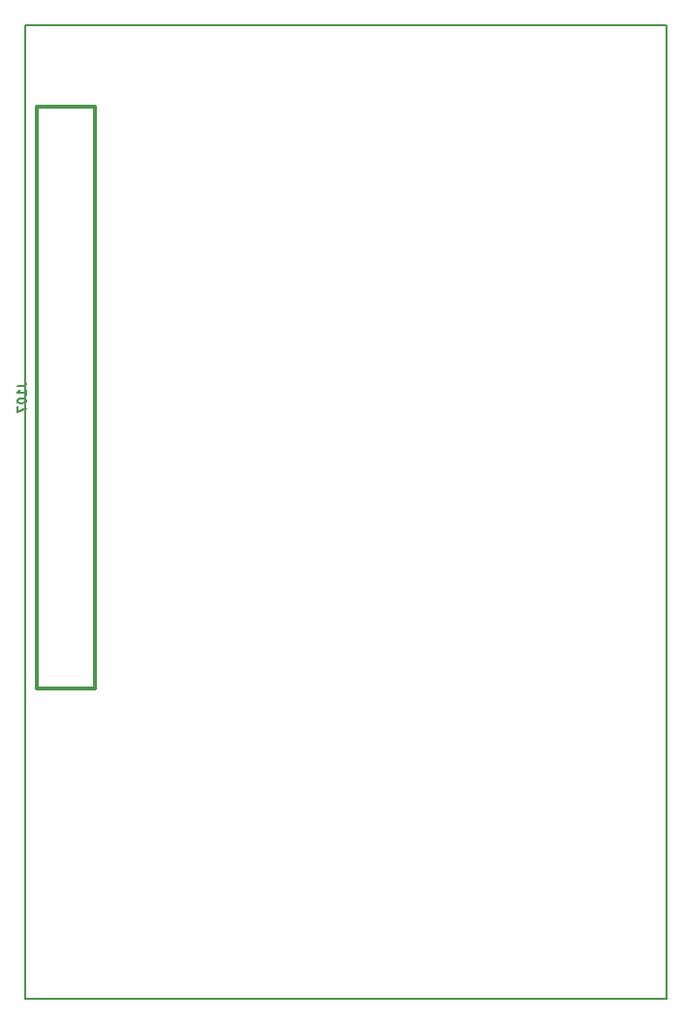
<source format=gbo>
G04 #@! TF.FileFunction,Legend,Bot*
%FSLAX46Y46*%
G04 Gerber Fmt 4.6, Leading zero omitted, Abs format (unit mm)*
G04 Created by KiCad (PCBNEW 4.0.6) date Sunday, November 05, 2017 'PMt' 08:57:24 PM*
%MOMM*%
%LPD*%
G01*
G04 APERTURE LIST*
%ADD10C,0.100000*%
%ADD11C,0.152400*%
%ADD12C,0.304800*%
%ADD13C,0.150000*%
G04 APERTURE END LIST*
D10*
D11*
X87650000Y-171540000D02*
X143650000Y-171540000D01*
X87650000Y-86540000D02*
X143650000Y-86540000D01*
X143650000Y-86540000D02*
X143650000Y-171540000D01*
X87650000Y-86540000D02*
X87650000Y-171540000D01*
D12*
X93690000Y-144440000D02*
X93690000Y-93640000D01*
X88610000Y-144440000D02*
X88610000Y-93640000D01*
X88610000Y-144440000D02*
X93690000Y-144440000D01*
X88610000Y-93640000D02*
X93690000Y-93640000D01*
D13*
X86923810Y-118062856D02*
X87466667Y-118062856D01*
X87575238Y-118026666D01*
X87647619Y-117954285D01*
X87683810Y-117845713D01*
X87683810Y-117773332D01*
X87683810Y-118822857D02*
X87683810Y-118388571D01*
X87683810Y-118605714D02*
X86923810Y-118605714D01*
X87032381Y-118533333D01*
X87104762Y-118460952D01*
X87140952Y-118388571D01*
X86923810Y-119293333D02*
X86923810Y-119365714D01*
X86960000Y-119438095D01*
X86996190Y-119474286D01*
X87068571Y-119510476D01*
X87213333Y-119546667D01*
X87394286Y-119546667D01*
X87539048Y-119510476D01*
X87611429Y-119474286D01*
X87647619Y-119438095D01*
X87683810Y-119365714D01*
X87683810Y-119293333D01*
X87647619Y-119220952D01*
X87611429Y-119184762D01*
X87539048Y-119148571D01*
X87394286Y-119112381D01*
X87213333Y-119112381D01*
X87068571Y-119148571D01*
X86996190Y-119184762D01*
X86960000Y-119220952D01*
X86923810Y-119293333D01*
X86923810Y-119800000D02*
X86923810Y-120306667D01*
X87683810Y-119980953D01*
M02*

</source>
